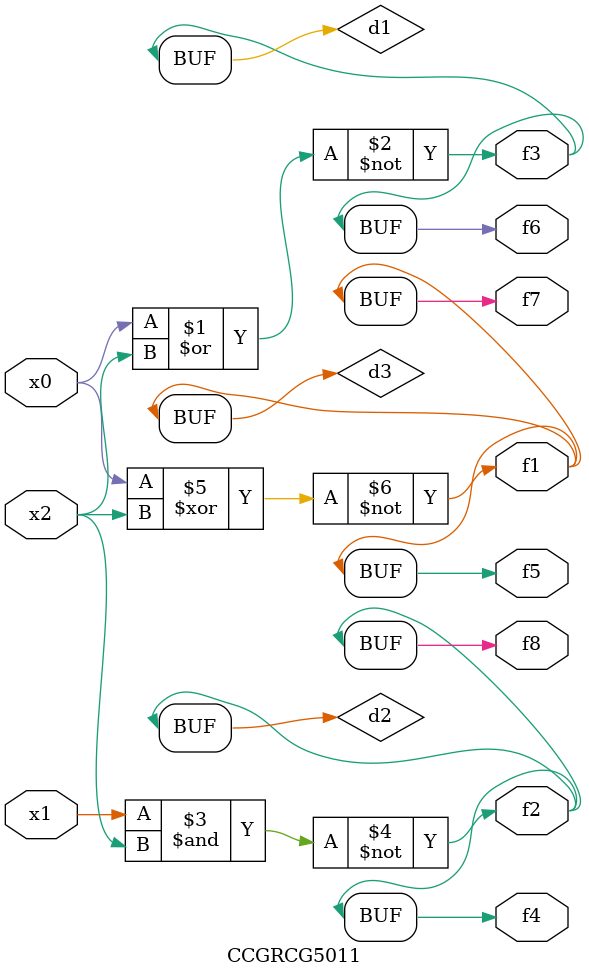
<source format=v>
module CCGRCG5011(
	input x0, x1, x2,
	output f1, f2, f3, f4, f5, f6, f7, f8
);

	wire d1, d2, d3;

	nor (d1, x0, x2);
	nand (d2, x1, x2);
	xnor (d3, x0, x2);
	assign f1 = d3;
	assign f2 = d2;
	assign f3 = d1;
	assign f4 = d2;
	assign f5 = d3;
	assign f6 = d1;
	assign f7 = d3;
	assign f8 = d2;
endmodule

</source>
